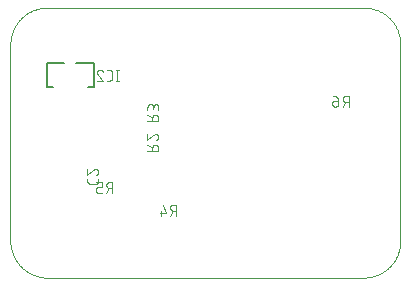
<source format=gbo>
G04 EAGLE Gerber X2 export*
%TF.Part,Single*%
%TF.FileFunction,Other,Silk bottom*%
%TF.FilePolarity,Positive*%
%TF.GenerationSoftware,Autodesk,EAGLE,9.0.0*%
%TF.CreationDate,2018-05-03T06:14:30Z*%
G75*
%MOMM*%
%FSLAX35Y35*%
%LPD*%
%AMOC8*
5,1,8,0,0,1.08239X$1,22.5*%
G01*
%ADD10C,0.100000*%
%ADD11C,0.101600*%
%ADD12C,0.076200*%
%ADD13C,0.127000*%


D10*
X2984500Y0D02*
X2992095Y-50D01*
X2999690Y85D01*
X3007279Y404D01*
X3014858Y909D01*
X3022422Y1598D01*
X3029968Y2471D01*
X3037490Y3528D01*
X3044984Y4768D01*
X3052445Y6190D01*
X3059870Y7794D01*
X3067253Y9578D01*
X3074590Y11541D01*
X3081878Y13682D01*
X3089111Y16001D01*
X3096286Y18495D01*
X3103398Y21163D01*
X3110442Y24004D01*
X3117415Y27015D01*
X3124313Y30196D01*
X3131132Y33543D01*
X3137866Y37056D01*
X3144513Y40732D01*
X3151069Y44569D01*
X3157529Y48564D01*
X3163890Y52715D01*
X3170148Y57021D01*
X3176299Y61477D01*
X3182339Y66082D01*
X3188266Y70833D01*
X3194075Y75727D01*
X3199763Y80761D01*
X3205326Y85932D01*
X3210763Y91237D01*
X3216068Y96674D01*
X3221239Y102237D01*
X3226273Y107925D01*
X3231167Y113734D01*
X3235918Y119661D01*
X3240523Y125701D01*
X3244979Y131852D01*
X3249285Y138110D01*
X3253436Y144471D01*
X3257431Y150931D01*
X3261268Y157487D01*
X3264944Y164134D01*
X3268457Y170868D01*
X3271804Y177687D01*
X3274985Y184585D01*
X3277996Y191558D01*
X3280837Y198602D01*
X3283505Y205714D01*
X3285999Y212889D01*
X3288318Y220122D01*
X3290459Y227410D01*
X3292422Y234747D01*
X3294206Y242130D01*
X3295810Y249555D01*
X3297232Y257016D01*
X3298472Y264510D01*
X3299529Y272032D01*
X3300402Y279578D01*
X3301091Y287142D01*
X3301596Y294721D01*
X3301915Y302310D01*
X3302050Y309905D01*
X3302000Y317500D01*
X3302000Y1968500D02*
X3302050Y1976095D01*
X3301915Y1983690D01*
X3301596Y1991279D01*
X3301091Y1998858D01*
X3300402Y2006422D01*
X3299529Y2013968D01*
X3298472Y2021490D01*
X3297232Y2028984D01*
X3295810Y2036445D01*
X3294206Y2043870D01*
X3292422Y2051253D01*
X3290459Y2058590D01*
X3288318Y2065878D01*
X3285999Y2073111D01*
X3283505Y2080286D01*
X3280837Y2087398D01*
X3277996Y2094442D01*
X3274985Y2101415D01*
X3271804Y2108313D01*
X3268457Y2115132D01*
X3264944Y2121866D01*
X3261268Y2128513D01*
X3257431Y2135069D01*
X3253436Y2141529D01*
X3249285Y2147890D01*
X3244979Y2154148D01*
X3240523Y2160299D01*
X3235918Y2166339D01*
X3231167Y2172266D01*
X3226273Y2178075D01*
X3221239Y2183763D01*
X3216068Y2189326D01*
X3210763Y2194763D01*
X3205326Y2200068D01*
X3199763Y2205239D01*
X3194075Y2210273D01*
X3188266Y2215167D01*
X3182339Y2219918D01*
X3176299Y2224523D01*
X3170148Y2228979D01*
X3163890Y2233285D01*
X3157529Y2237436D01*
X3151069Y2241431D01*
X3144513Y2245268D01*
X3137866Y2248944D01*
X3131132Y2252457D01*
X3124313Y2255804D01*
X3117415Y2258985D01*
X3110442Y2261996D01*
X3103398Y2264837D01*
X3096286Y2267505D01*
X3089111Y2269999D01*
X3081878Y2272318D01*
X3074590Y2274459D01*
X3067253Y2276422D01*
X3059870Y2278206D01*
X3052445Y2279810D01*
X3044984Y2281232D01*
X3037490Y2282472D01*
X3029968Y2283529D01*
X3022422Y2284402D01*
X3014858Y2285091D01*
X3007279Y2285596D01*
X2999690Y2285915D01*
X2992095Y2286050D01*
X2984500Y2286000D01*
X317500Y2286000D02*
X309905Y2286050D01*
X302310Y2285915D01*
X294721Y2285596D01*
X287142Y2285091D01*
X279578Y2284402D01*
X272032Y2283529D01*
X264510Y2282472D01*
X257016Y2281232D01*
X249555Y2279810D01*
X242130Y2278206D01*
X234747Y2276422D01*
X227410Y2274459D01*
X220122Y2272318D01*
X212889Y2269999D01*
X205714Y2267505D01*
X198602Y2264837D01*
X191558Y2261996D01*
X184585Y2258985D01*
X177687Y2255804D01*
X170868Y2252457D01*
X164134Y2248944D01*
X157487Y2245268D01*
X150931Y2241431D01*
X144471Y2237436D01*
X138110Y2233285D01*
X131852Y2228979D01*
X125701Y2224523D01*
X119661Y2219918D01*
X113734Y2215167D01*
X107925Y2210273D01*
X102237Y2205239D01*
X96674Y2200068D01*
X91237Y2194763D01*
X85932Y2189326D01*
X80761Y2183763D01*
X75727Y2178075D01*
X70833Y2172266D01*
X66082Y2166339D01*
X61477Y2160299D01*
X57021Y2154148D01*
X52715Y2147890D01*
X48564Y2141529D01*
X44569Y2135069D01*
X40732Y2128513D01*
X37056Y2121866D01*
X33543Y2115132D01*
X30196Y2108313D01*
X27015Y2101415D01*
X24004Y2094442D01*
X21163Y2087398D01*
X18495Y2080286D01*
X16001Y2073111D01*
X13682Y2065878D01*
X11541Y2058590D01*
X9578Y2051253D01*
X7794Y2043870D01*
X6190Y2036445D01*
X4768Y2028984D01*
X3528Y2021490D01*
X2471Y2013968D01*
X1598Y2006422D01*
X909Y1998858D01*
X404Y1991279D01*
X85Y1983690D01*
X-50Y1976095D01*
X0Y1968500D01*
X0Y317500D02*
X-50Y309905D01*
X85Y302310D01*
X404Y294721D01*
X909Y287142D01*
X1598Y279578D01*
X2471Y272032D01*
X3528Y264510D01*
X4768Y257016D01*
X6190Y249555D01*
X7794Y242130D01*
X9578Y234747D01*
X11541Y227410D01*
X13682Y220122D01*
X16001Y212889D01*
X18495Y205714D01*
X21163Y198602D01*
X24004Y191558D01*
X27015Y184585D01*
X30196Y177687D01*
X33543Y170868D01*
X37056Y164134D01*
X40732Y157487D01*
X44569Y150931D01*
X48564Y144471D01*
X52715Y138110D01*
X57021Y131852D01*
X61477Y125701D01*
X66082Y119661D01*
X70833Y113734D01*
X75727Y107925D01*
X80761Y102237D01*
X85932Y96674D01*
X91237Y91237D01*
X96674Y85932D01*
X102237Y80761D01*
X107925Y75727D01*
X113734Y70833D01*
X119661Y66082D01*
X125701Y61477D01*
X131852Y57021D01*
X138110Y52715D01*
X144471Y48564D01*
X150931Y44569D01*
X157487Y40732D01*
X164134Y37056D01*
X170868Y33543D01*
X177687Y30196D01*
X184585Y27015D01*
X191558Y24004D01*
X198602Y21163D01*
X205714Y18495D01*
X212889Y16001D01*
X220122Y13682D01*
X227410Y11541D01*
X234747Y9578D01*
X242130Y7794D01*
X249555Y6190D01*
X257016Y4768D01*
X264510Y3528D01*
X272032Y2471D01*
X279578Y1598D01*
X287142Y909D01*
X294721Y404D01*
X302310Y85D01*
X309905Y-50D01*
X317500Y0D01*
D11*
X2984500Y0D01*
X3302000Y317500D02*
X3302000Y1968500D01*
X2984500Y2286000D02*
X317500Y2286000D01*
X0Y1968500D02*
X0Y317500D01*
D12*
X652310Y814490D02*
X652310Y835019D01*
X652310Y814490D02*
X652316Y813994D01*
X652334Y813498D01*
X652364Y813003D01*
X652406Y812509D01*
X652460Y812016D01*
X652525Y811524D01*
X652603Y811034D01*
X652692Y810546D01*
X652794Y810060D01*
X652907Y809577D01*
X653031Y809097D01*
X653167Y808620D01*
X653315Y808146D01*
X653474Y807676D01*
X653644Y807210D01*
X653826Y806749D01*
X654018Y806291D01*
X654222Y805839D01*
X654436Y805392D01*
X654661Y804950D01*
X654897Y804513D01*
X655144Y804083D01*
X655400Y803658D01*
X655667Y803240D01*
X655944Y802828D01*
X656231Y802423D01*
X656527Y802026D01*
X656833Y801635D01*
X657148Y801252D01*
X657473Y800877D01*
X657806Y800509D01*
X658148Y800150D01*
X658499Y799799D01*
X658858Y799457D01*
X659226Y799124D01*
X659601Y798799D01*
X659984Y798484D01*
X660375Y798178D01*
X660772Y797882D01*
X661177Y797595D01*
X661589Y797318D01*
X662007Y797051D01*
X662432Y796795D01*
X662862Y796548D01*
X663299Y796312D01*
X663741Y796087D01*
X664188Y795873D01*
X664640Y795669D01*
X665098Y795477D01*
X665559Y795295D01*
X666025Y795125D01*
X666495Y794966D01*
X666969Y794818D01*
X667446Y794682D01*
X667926Y794558D01*
X668409Y794445D01*
X668895Y794343D01*
X669383Y794254D01*
X669873Y794176D01*
X670365Y794111D01*
X670858Y794057D01*
X671352Y794015D01*
X671847Y793985D01*
X672343Y793967D01*
X672839Y793961D01*
X672839Y793962D02*
X724161Y793962D01*
X724665Y793968D01*
X725168Y793987D01*
X725671Y794018D01*
X726173Y794061D01*
X726674Y794116D01*
X727173Y794184D01*
X727671Y794264D01*
X728166Y794356D01*
X728659Y794461D01*
X729149Y794577D01*
X729636Y794706D01*
X730120Y794846D01*
X730601Y794998D01*
X731077Y795162D01*
X731549Y795338D01*
X732017Y795525D01*
X732480Y795723D01*
X732938Y795933D01*
X733391Y796154D01*
X733838Y796386D01*
X734280Y796629D01*
X734715Y796883D01*
X735144Y797147D01*
X735566Y797422D01*
X735982Y797707D01*
X736390Y798002D01*
X736791Y798307D01*
X737184Y798622D01*
X737570Y798946D01*
X737947Y799280D01*
X738316Y799623D01*
X738677Y799975D01*
X739029Y800335D01*
X739372Y800704D01*
X739706Y801082D01*
X740030Y801467D01*
X740345Y801861D01*
X740650Y802262D01*
X740945Y802670D01*
X741230Y803086D01*
X741505Y803508D01*
X741769Y803937D01*
X742023Y804372D01*
X742266Y804814D01*
X742498Y805261D01*
X742719Y805714D01*
X742929Y806172D01*
X743127Y806635D01*
X743314Y807102D01*
X743490Y807575D01*
X743654Y808051D01*
X743806Y808532D01*
X743946Y809015D01*
X744075Y809503D01*
X744191Y809993D01*
X744295Y810486D01*
X744388Y810981D01*
X744468Y811478D01*
X744536Y811978D01*
X744591Y812479D01*
X744634Y812980D01*
X744665Y813483D01*
X744684Y813987D01*
X744690Y814491D01*
X744690Y814490D02*
X744690Y835019D01*
X744690Y897443D02*
X744683Y898010D01*
X744662Y898577D01*
X744627Y899142D01*
X744579Y899707D01*
X744516Y900270D01*
X744440Y900832D01*
X744350Y901392D01*
X744246Y901949D01*
X744129Y902503D01*
X743998Y903055D01*
X743853Y903603D01*
X743695Y904147D01*
X743524Y904688D01*
X743340Y905224D01*
X743142Y905755D01*
X742932Y906281D01*
X742709Y906802D01*
X742473Y907318D01*
X742224Y907827D01*
X741963Y908330D01*
X741690Y908827D01*
X741404Y909316D01*
X741107Y909799D01*
X740798Y910274D01*
X740477Y910741D01*
X740145Y911201D01*
X739802Y911652D01*
X739448Y912094D01*
X739083Y912528D01*
X738707Y912953D01*
X738321Y913368D01*
X737926Y913774D01*
X737520Y914170D01*
X737105Y914555D01*
X736680Y914931D01*
X736246Y915296D01*
X735804Y915650D01*
X735353Y915993D01*
X734893Y916325D01*
X734426Y916646D01*
X733951Y916955D01*
X733468Y917252D01*
X732978Y917538D01*
X732482Y917811D01*
X731979Y918072D01*
X731469Y918321D01*
X730954Y918557D01*
X730433Y918780D01*
X729907Y918990D01*
X729375Y919188D01*
X728839Y919372D01*
X728299Y919544D01*
X727755Y919701D01*
X727207Y919846D01*
X726655Y919977D01*
X726101Y920094D01*
X725543Y920198D01*
X724984Y920288D01*
X724422Y920364D01*
X723859Y920427D01*
X723294Y920475D01*
X722728Y920510D01*
X722162Y920531D01*
X721595Y920538D01*
X744690Y897443D02*
X744681Y896726D01*
X744655Y896009D01*
X744612Y895292D01*
X744551Y894578D01*
X744473Y893864D01*
X744378Y893153D01*
X744266Y892444D01*
X744136Y891739D01*
X743990Y891036D01*
X743827Y890337D01*
X743646Y889643D01*
X743449Y888953D01*
X743236Y888268D01*
X743006Y887588D01*
X742759Y886914D01*
X742496Y886247D01*
X742218Y885585D01*
X741923Y884931D01*
X741612Y884284D01*
X741286Y883645D01*
X740945Y883014D01*
X740589Y882391D01*
X740217Y881777D01*
X739831Y881173D01*
X739430Y880577D01*
X739015Y879992D01*
X738586Y879417D01*
X738143Y878852D01*
X737687Y878298D01*
X737217Y877756D01*
X736735Y877225D01*
X736240Y876706D01*
X735732Y876199D01*
X735212Y875704D01*
X734680Y875222D01*
X734137Y874753D01*
X733583Y874297D01*
X733018Y873855D01*
X732442Y873427D01*
X731856Y873013D01*
X731261Y872613D01*
X730655Y872227D01*
X730041Y871856D01*
X729418Y871501D01*
X728786Y871160D01*
X728147Y870835D01*
X727499Y870525D01*
X726845Y870231D01*
X726183Y869953D01*
X725515Y869691D01*
X724841Y869446D01*
X724161Y869216D01*
X703632Y912840D02*
X704058Y913275D01*
X704493Y913700D01*
X704939Y914114D01*
X705395Y914518D01*
X705861Y914909D01*
X706336Y915290D01*
X706821Y915658D01*
X707314Y916015D01*
X707816Y916359D01*
X708326Y916691D01*
X708845Y917010D01*
X709371Y917317D01*
X709904Y917610D01*
X710444Y917890D01*
X710991Y918157D01*
X711545Y918411D01*
X712104Y918650D01*
X712669Y918876D01*
X713240Y919089D01*
X713815Y919286D01*
X714396Y919470D01*
X714980Y919640D01*
X715569Y919795D01*
X716161Y919936D01*
X716757Y920062D01*
X717355Y920173D01*
X717956Y920270D01*
X718559Y920352D01*
X719164Y920419D01*
X719771Y920471D01*
X720378Y920508D01*
X720986Y920531D01*
X721595Y920538D01*
X703632Y912840D02*
X652310Y869216D01*
X652310Y920538D01*
X1403878Y617690D02*
X1403878Y525310D01*
X1403878Y617690D02*
X1378217Y617690D01*
X1377592Y617682D01*
X1376968Y617660D01*
X1376344Y617622D01*
X1375721Y617568D01*
X1375100Y617500D01*
X1374481Y617417D01*
X1373864Y617318D01*
X1373249Y617205D01*
X1372638Y617076D01*
X1372029Y616933D01*
X1371425Y616775D01*
X1370824Y616602D01*
X1370228Y616415D01*
X1369636Y616213D01*
X1369050Y615997D01*
X1368469Y615766D01*
X1367894Y615522D01*
X1367325Y615264D01*
X1366762Y614992D01*
X1366207Y614706D01*
X1365658Y614407D01*
X1365117Y614094D01*
X1364583Y613769D01*
X1364058Y613430D01*
X1363541Y613079D01*
X1363033Y612715D01*
X1362534Y612340D01*
X1362044Y611952D01*
X1361563Y611552D01*
X1361093Y611141D01*
X1360633Y610718D01*
X1360183Y610284D01*
X1359744Y609840D01*
X1359315Y609385D01*
X1358898Y608919D01*
X1358493Y608444D01*
X1358099Y607958D01*
X1357717Y607464D01*
X1357347Y606960D01*
X1356990Y606447D01*
X1356645Y605926D01*
X1356313Y605397D01*
X1355994Y604860D01*
X1355688Y604315D01*
X1355396Y603762D01*
X1355117Y603203D01*
X1354851Y602637D01*
X1354600Y602065D01*
X1354363Y601487D01*
X1354139Y600903D01*
X1353930Y600314D01*
X1353736Y599721D01*
X1353556Y599122D01*
X1353390Y598520D01*
X1353240Y597913D01*
X1353104Y597303D01*
X1352983Y596690D01*
X1352877Y596074D01*
X1352786Y595456D01*
X1352710Y594836D01*
X1352649Y594214D01*
X1352604Y593590D01*
X1352573Y592966D01*
X1352558Y592341D01*
X1352558Y591717D01*
X1352573Y591092D01*
X1352604Y590468D01*
X1352649Y589844D01*
X1352710Y589222D01*
X1352786Y588602D01*
X1352877Y587984D01*
X1352983Y587368D01*
X1353104Y586755D01*
X1353240Y586145D01*
X1353390Y585538D01*
X1353556Y584936D01*
X1353736Y584337D01*
X1353930Y583744D01*
X1354139Y583155D01*
X1354363Y582571D01*
X1354600Y581993D01*
X1354851Y581421D01*
X1355117Y580855D01*
X1355396Y580296D01*
X1355688Y579743D01*
X1355994Y579198D01*
X1356313Y578661D01*
X1356645Y578132D01*
X1356990Y577611D01*
X1357347Y577098D01*
X1357717Y576594D01*
X1358099Y576100D01*
X1358493Y575614D01*
X1358898Y575139D01*
X1359315Y574673D01*
X1359744Y574218D01*
X1360183Y573774D01*
X1360633Y573340D01*
X1361093Y572917D01*
X1361563Y572506D01*
X1362044Y572106D01*
X1362534Y571718D01*
X1363033Y571343D01*
X1363541Y570979D01*
X1364058Y570628D01*
X1364583Y570289D01*
X1365117Y569964D01*
X1365658Y569651D01*
X1366207Y569352D01*
X1366762Y569066D01*
X1367325Y568794D01*
X1367894Y568536D01*
X1368469Y568292D01*
X1369050Y568061D01*
X1369636Y567845D01*
X1370228Y567643D01*
X1370824Y567456D01*
X1371425Y567283D01*
X1372029Y567125D01*
X1372638Y566982D01*
X1373249Y566853D01*
X1373864Y566740D01*
X1374481Y566641D01*
X1375100Y566558D01*
X1375721Y566490D01*
X1376344Y566436D01*
X1376968Y566398D01*
X1377592Y566376D01*
X1378217Y566368D01*
X1403878Y566368D01*
X1373085Y566368D02*
X1352556Y525310D01*
X1314444Y545839D02*
X1293915Y617690D01*
X1314444Y545839D02*
X1263122Y545839D01*
X1278519Y566368D02*
X1278519Y525310D01*
X864128Y715810D02*
X864128Y808190D01*
X838467Y808190D01*
X837842Y808182D01*
X837218Y808160D01*
X836594Y808122D01*
X835971Y808068D01*
X835350Y808000D01*
X834731Y807917D01*
X834114Y807818D01*
X833499Y807705D01*
X832888Y807576D01*
X832279Y807433D01*
X831675Y807275D01*
X831074Y807102D01*
X830478Y806915D01*
X829886Y806713D01*
X829300Y806497D01*
X828719Y806266D01*
X828144Y806022D01*
X827575Y805764D01*
X827012Y805492D01*
X826457Y805206D01*
X825908Y804907D01*
X825367Y804594D01*
X824833Y804269D01*
X824308Y803930D01*
X823791Y803579D01*
X823283Y803215D01*
X822784Y802840D01*
X822294Y802452D01*
X821813Y802052D01*
X821343Y801641D01*
X820883Y801218D01*
X820433Y800784D01*
X819994Y800340D01*
X819565Y799885D01*
X819148Y799419D01*
X818743Y798944D01*
X818349Y798458D01*
X817967Y797964D01*
X817597Y797460D01*
X817240Y796947D01*
X816895Y796426D01*
X816563Y795897D01*
X816244Y795360D01*
X815938Y794815D01*
X815646Y794262D01*
X815367Y793703D01*
X815101Y793137D01*
X814850Y792565D01*
X814613Y791987D01*
X814389Y791403D01*
X814180Y790814D01*
X813986Y790221D01*
X813806Y789622D01*
X813640Y789020D01*
X813490Y788413D01*
X813354Y787803D01*
X813233Y787190D01*
X813127Y786574D01*
X813036Y785956D01*
X812960Y785336D01*
X812899Y784714D01*
X812854Y784090D01*
X812823Y783466D01*
X812808Y782841D01*
X812808Y782217D01*
X812823Y781592D01*
X812854Y780968D01*
X812899Y780344D01*
X812960Y779722D01*
X813036Y779102D01*
X813127Y778484D01*
X813233Y777868D01*
X813354Y777255D01*
X813490Y776645D01*
X813640Y776038D01*
X813806Y775436D01*
X813986Y774837D01*
X814180Y774244D01*
X814389Y773655D01*
X814613Y773071D01*
X814850Y772493D01*
X815101Y771921D01*
X815367Y771355D01*
X815646Y770796D01*
X815938Y770243D01*
X816244Y769698D01*
X816563Y769161D01*
X816895Y768632D01*
X817240Y768111D01*
X817597Y767598D01*
X817967Y767094D01*
X818349Y766600D01*
X818743Y766114D01*
X819148Y765639D01*
X819565Y765173D01*
X819994Y764718D01*
X820433Y764274D01*
X820883Y763840D01*
X821343Y763417D01*
X821813Y763006D01*
X822294Y762606D01*
X822784Y762218D01*
X823283Y761843D01*
X823791Y761479D01*
X824308Y761128D01*
X824833Y760789D01*
X825367Y760464D01*
X825908Y760151D01*
X826457Y759852D01*
X827012Y759566D01*
X827575Y759294D01*
X828144Y759036D01*
X828719Y758792D01*
X829300Y758561D01*
X829886Y758345D01*
X830478Y758143D01*
X831074Y757956D01*
X831675Y757783D01*
X832279Y757625D01*
X832888Y757482D01*
X833499Y757353D01*
X834114Y757240D01*
X834731Y757141D01*
X835350Y757058D01*
X835971Y756990D01*
X836594Y756936D01*
X837218Y756898D01*
X837842Y756876D01*
X838467Y756868D01*
X864128Y756868D01*
X833335Y756868D02*
X812806Y715810D01*
X774694Y715810D02*
X743901Y715810D01*
X743397Y715816D01*
X742894Y715835D01*
X742391Y715866D01*
X741889Y715909D01*
X741388Y715964D01*
X740889Y716032D01*
X740391Y716112D01*
X739896Y716204D01*
X739403Y716309D01*
X738913Y716425D01*
X738426Y716554D01*
X737942Y716694D01*
X737462Y716846D01*
X736985Y717010D01*
X736513Y717186D01*
X736045Y717373D01*
X735582Y717571D01*
X735124Y717781D01*
X734671Y718002D01*
X734224Y718234D01*
X733782Y718477D01*
X733347Y718731D01*
X732918Y718995D01*
X732496Y719270D01*
X732080Y719555D01*
X731672Y719850D01*
X731271Y720155D01*
X730878Y720470D01*
X730492Y720794D01*
X730115Y721128D01*
X729746Y721471D01*
X729385Y721823D01*
X729033Y722183D01*
X728690Y722552D01*
X728356Y722930D01*
X728032Y723315D01*
X727717Y723709D01*
X727412Y724110D01*
X727117Y724518D01*
X726832Y724933D01*
X726557Y725356D01*
X726293Y725785D01*
X726039Y726220D01*
X725796Y726661D01*
X725564Y727109D01*
X725343Y727561D01*
X725133Y728019D01*
X724935Y728482D01*
X724748Y728950D01*
X724572Y729423D01*
X724408Y729899D01*
X724256Y730379D01*
X724116Y730863D01*
X723987Y731350D01*
X723871Y731841D01*
X723767Y732333D01*
X723674Y732829D01*
X723594Y733326D01*
X723526Y733825D01*
X723471Y734326D01*
X723428Y734828D01*
X723397Y735331D01*
X723378Y735835D01*
X723372Y736338D01*
X723372Y736339D02*
X723372Y746603D01*
X723378Y747099D01*
X723396Y747595D01*
X723426Y748090D01*
X723468Y748584D01*
X723522Y749078D01*
X723587Y749569D01*
X723665Y750059D01*
X723754Y750547D01*
X723856Y751033D01*
X723969Y751516D01*
X724093Y751996D01*
X724229Y752473D01*
X724377Y752947D01*
X724536Y753417D01*
X724706Y753883D01*
X724888Y754344D01*
X725080Y754802D01*
X725284Y755254D01*
X725498Y755701D01*
X725724Y756143D01*
X725959Y756580D01*
X726206Y757010D01*
X726462Y757435D01*
X726729Y757853D01*
X727006Y758265D01*
X727293Y758670D01*
X727589Y759068D01*
X727895Y759458D01*
X728210Y759841D01*
X728535Y760216D01*
X728868Y760584D01*
X729211Y760943D01*
X729561Y761294D01*
X729921Y761636D01*
X730288Y761969D01*
X730663Y762294D01*
X731046Y762609D01*
X731437Y762915D01*
X731835Y763211D01*
X732239Y763498D01*
X732651Y763775D01*
X733069Y764042D01*
X733494Y764298D01*
X733924Y764545D01*
X734361Y764781D01*
X734803Y765006D01*
X735250Y765220D01*
X735703Y765424D01*
X736160Y765617D01*
X736622Y765798D01*
X737087Y765968D01*
X737557Y766127D01*
X738031Y766275D01*
X738508Y766411D01*
X738988Y766536D01*
X739471Y766648D01*
X739957Y766750D01*
X740445Y766839D01*
X740935Y766917D01*
X741427Y766982D01*
X741920Y767036D01*
X742414Y767078D01*
X742909Y767108D01*
X743405Y767126D01*
X743901Y767132D01*
X774694Y767132D01*
X774694Y808190D01*
X723372Y808190D01*
X2864378Y1446060D02*
X2864378Y1538440D01*
X2838717Y1538440D01*
X2838092Y1538432D01*
X2837468Y1538410D01*
X2836844Y1538372D01*
X2836221Y1538318D01*
X2835600Y1538250D01*
X2834981Y1538167D01*
X2834364Y1538068D01*
X2833749Y1537955D01*
X2833138Y1537826D01*
X2832529Y1537683D01*
X2831925Y1537525D01*
X2831324Y1537352D01*
X2830728Y1537165D01*
X2830136Y1536963D01*
X2829550Y1536747D01*
X2828969Y1536516D01*
X2828394Y1536272D01*
X2827825Y1536014D01*
X2827262Y1535742D01*
X2826707Y1535456D01*
X2826158Y1535157D01*
X2825617Y1534844D01*
X2825083Y1534519D01*
X2824558Y1534180D01*
X2824041Y1533829D01*
X2823533Y1533465D01*
X2823034Y1533090D01*
X2822544Y1532702D01*
X2822063Y1532302D01*
X2821593Y1531891D01*
X2821133Y1531468D01*
X2820683Y1531034D01*
X2820244Y1530590D01*
X2819815Y1530135D01*
X2819398Y1529669D01*
X2818993Y1529194D01*
X2818599Y1528708D01*
X2818217Y1528214D01*
X2817847Y1527710D01*
X2817490Y1527197D01*
X2817145Y1526676D01*
X2816813Y1526147D01*
X2816494Y1525610D01*
X2816188Y1525065D01*
X2815896Y1524512D01*
X2815617Y1523953D01*
X2815351Y1523387D01*
X2815100Y1522815D01*
X2814863Y1522237D01*
X2814639Y1521653D01*
X2814430Y1521064D01*
X2814236Y1520471D01*
X2814056Y1519872D01*
X2813890Y1519270D01*
X2813740Y1518663D01*
X2813604Y1518053D01*
X2813483Y1517440D01*
X2813377Y1516824D01*
X2813286Y1516206D01*
X2813210Y1515586D01*
X2813149Y1514964D01*
X2813104Y1514340D01*
X2813073Y1513716D01*
X2813058Y1513091D01*
X2813058Y1512467D01*
X2813073Y1511842D01*
X2813104Y1511218D01*
X2813149Y1510594D01*
X2813210Y1509972D01*
X2813286Y1509352D01*
X2813377Y1508734D01*
X2813483Y1508118D01*
X2813604Y1507505D01*
X2813740Y1506895D01*
X2813890Y1506288D01*
X2814056Y1505686D01*
X2814236Y1505087D01*
X2814430Y1504494D01*
X2814639Y1503905D01*
X2814863Y1503321D01*
X2815100Y1502743D01*
X2815351Y1502171D01*
X2815617Y1501605D01*
X2815896Y1501046D01*
X2816188Y1500493D01*
X2816494Y1499948D01*
X2816813Y1499411D01*
X2817145Y1498882D01*
X2817490Y1498361D01*
X2817847Y1497848D01*
X2818217Y1497344D01*
X2818599Y1496850D01*
X2818993Y1496364D01*
X2819398Y1495889D01*
X2819815Y1495423D01*
X2820244Y1494968D01*
X2820683Y1494524D01*
X2821133Y1494090D01*
X2821593Y1493667D01*
X2822063Y1493256D01*
X2822544Y1492856D01*
X2823034Y1492468D01*
X2823533Y1492093D01*
X2824041Y1491729D01*
X2824558Y1491378D01*
X2825083Y1491039D01*
X2825617Y1490714D01*
X2826158Y1490401D01*
X2826707Y1490102D01*
X2827262Y1489816D01*
X2827825Y1489544D01*
X2828394Y1489286D01*
X2828969Y1489042D01*
X2829550Y1488811D01*
X2830136Y1488595D01*
X2830728Y1488393D01*
X2831324Y1488206D01*
X2831925Y1488033D01*
X2832529Y1487875D01*
X2833138Y1487732D01*
X2833749Y1487603D01*
X2834364Y1487490D01*
X2834981Y1487391D01*
X2835600Y1487308D01*
X2836221Y1487240D01*
X2836844Y1487186D01*
X2837468Y1487148D01*
X2838092Y1487126D01*
X2838717Y1487118D01*
X2864378Y1487118D01*
X2833585Y1487118D02*
X2813056Y1446060D01*
X2774944Y1497382D02*
X2744151Y1497382D01*
X2743647Y1497376D01*
X2743144Y1497357D01*
X2742641Y1497326D01*
X2742139Y1497283D01*
X2741638Y1497228D01*
X2741139Y1497160D01*
X2740641Y1497080D01*
X2740146Y1496988D01*
X2739653Y1496883D01*
X2739163Y1496767D01*
X2738676Y1496638D01*
X2738192Y1496498D01*
X2737711Y1496346D01*
X2737235Y1496182D01*
X2736763Y1496006D01*
X2736295Y1495819D01*
X2735832Y1495621D01*
X2735374Y1495411D01*
X2734921Y1495190D01*
X2734474Y1494958D01*
X2734032Y1494715D01*
X2733597Y1494461D01*
X2733168Y1494197D01*
X2732746Y1493922D01*
X2732330Y1493637D01*
X2731922Y1493342D01*
X2731521Y1493037D01*
X2731128Y1492722D01*
X2730742Y1492398D01*
X2730365Y1492064D01*
X2729996Y1491721D01*
X2729635Y1491369D01*
X2729283Y1491009D01*
X2728940Y1490640D01*
X2728606Y1490262D01*
X2728282Y1489877D01*
X2727967Y1489483D01*
X2727662Y1489082D01*
X2727367Y1488674D01*
X2727082Y1488258D01*
X2726807Y1487836D01*
X2726543Y1487407D01*
X2726289Y1486972D01*
X2726046Y1486530D01*
X2725814Y1486083D01*
X2725593Y1485630D01*
X2725383Y1485172D01*
X2725185Y1484709D01*
X2724998Y1484242D01*
X2724822Y1483769D01*
X2724658Y1483293D01*
X2724506Y1482812D01*
X2724366Y1482329D01*
X2724237Y1481841D01*
X2724121Y1481351D01*
X2724017Y1480858D01*
X2723924Y1480363D01*
X2723844Y1479866D01*
X2723776Y1479366D01*
X2723721Y1478865D01*
X2723678Y1478364D01*
X2723647Y1477861D01*
X2723628Y1477357D01*
X2723622Y1476853D01*
X2723622Y1471721D01*
X2723630Y1471096D01*
X2723652Y1470472D01*
X2723690Y1469848D01*
X2723744Y1469225D01*
X2723812Y1468604D01*
X2723895Y1467985D01*
X2723994Y1467368D01*
X2724107Y1466753D01*
X2724236Y1466142D01*
X2724379Y1465533D01*
X2724537Y1464929D01*
X2724710Y1464328D01*
X2724897Y1463732D01*
X2725099Y1463140D01*
X2725315Y1462554D01*
X2725546Y1461973D01*
X2725790Y1461398D01*
X2726048Y1460829D01*
X2726320Y1460266D01*
X2726606Y1459711D01*
X2726905Y1459162D01*
X2727218Y1458621D01*
X2727543Y1458087D01*
X2727882Y1457562D01*
X2728233Y1457045D01*
X2728597Y1456537D01*
X2728972Y1456038D01*
X2729360Y1455548D01*
X2729760Y1455067D01*
X2730171Y1454597D01*
X2730594Y1454137D01*
X2731028Y1453687D01*
X2731472Y1453248D01*
X2731927Y1452819D01*
X2732393Y1452402D01*
X2732868Y1451997D01*
X2733354Y1451603D01*
X2733848Y1451221D01*
X2734352Y1450851D01*
X2734865Y1450494D01*
X2735386Y1450149D01*
X2735915Y1449817D01*
X2736453Y1449498D01*
X2736997Y1449192D01*
X2737550Y1448900D01*
X2738109Y1448621D01*
X2738675Y1448355D01*
X2739247Y1448104D01*
X2739825Y1447867D01*
X2740409Y1447643D01*
X2740998Y1447434D01*
X2741591Y1447240D01*
X2742190Y1447060D01*
X2742792Y1446894D01*
X2743399Y1446744D01*
X2744009Y1446608D01*
X2744622Y1446487D01*
X2745238Y1446381D01*
X2745856Y1446290D01*
X2746476Y1446214D01*
X2747098Y1446153D01*
X2747722Y1446108D01*
X2748346Y1446077D01*
X2748971Y1446062D01*
X2749595Y1446062D01*
X2750220Y1446077D01*
X2750844Y1446108D01*
X2751468Y1446153D01*
X2752090Y1446214D01*
X2752710Y1446290D01*
X2753328Y1446381D01*
X2753944Y1446487D01*
X2754557Y1446608D01*
X2755167Y1446744D01*
X2755774Y1446894D01*
X2756376Y1447060D01*
X2756975Y1447240D01*
X2757568Y1447434D01*
X2758157Y1447643D01*
X2758741Y1447867D01*
X2759319Y1448104D01*
X2759891Y1448355D01*
X2760457Y1448621D01*
X2761016Y1448900D01*
X2761569Y1449192D01*
X2762114Y1449498D01*
X2762651Y1449817D01*
X2763180Y1450149D01*
X2763701Y1450494D01*
X2764214Y1450851D01*
X2764718Y1451221D01*
X2765212Y1451603D01*
X2765698Y1451997D01*
X2766173Y1452402D01*
X2766639Y1452819D01*
X2767094Y1453248D01*
X2767538Y1453687D01*
X2767972Y1454137D01*
X2768395Y1454597D01*
X2768806Y1455067D01*
X2769206Y1455548D01*
X2769594Y1456038D01*
X2769969Y1456537D01*
X2770333Y1457045D01*
X2770684Y1457562D01*
X2771023Y1458087D01*
X2771348Y1458621D01*
X2771661Y1459162D01*
X2771960Y1459711D01*
X2772246Y1460266D01*
X2772518Y1460829D01*
X2772776Y1461398D01*
X2773020Y1461973D01*
X2773251Y1462554D01*
X2773467Y1463140D01*
X2773669Y1463732D01*
X2773856Y1464328D01*
X2774029Y1464929D01*
X2774187Y1465533D01*
X2774330Y1466142D01*
X2774459Y1466753D01*
X2774572Y1467368D01*
X2774671Y1467985D01*
X2774754Y1468604D01*
X2774822Y1469225D01*
X2774876Y1469848D01*
X2774914Y1470472D01*
X2774936Y1471096D01*
X2774944Y1471721D01*
X2774944Y1497382D01*
X2774945Y1497382D02*
X2774933Y1498374D01*
X2774897Y1499366D01*
X2774837Y1500356D01*
X2774753Y1501345D01*
X2774646Y1502331D01*
X2774514Y1503314D01*
X2774359Y1504294D01*
X2774180Y1505270D01*
X2773978Y1506242D01*
X2773752Y1507208D01*
X2773503Y1508168D01*
X2773231Y1509122D01*
X2772935Y1510070D01*
X2772617Y1511009D01*
X2772277Y1511941D01*
X2771914Y1512865D01*
X2771529Y1513779D01*
X2771121Y1514684D01*
X2770692Y1515579D01*
X2770242Y1516463D01*
X2769770Y1517336D01*
X2769278Y1518197D01*
X2768764Y1519046D01*
X2768231Y1519882D01*
X2767677Y1520706D01*
X2767104Y1521515D01*
X2766511Y1522311D01*
X2765899Y1523092D01*
X2765268Y1523858D01*
X2764619Y1524608D01*
X2763952Y1525343D01*
X2763268Y1526061D01*
X2762566Y1526763D01*
X2761848Y1527447D01*
X2761113Y1528114D01*
X2760363Y1528763D01*
X2759597Y1529394D01*
X2758816Y1530006D01*
X2758020Y1530599D01*
X2757211Y1531172D01*
X2756387Y1531726D01*
X2755551Y1532259D01*
X2754702Y1532773D01*
X2753841Y1533265D01*
X2752968Y1533737D01*
X2752084Y1534187D01*
X2751189Y1534616D01*
X2750284Y1535024D01*
X2749370Y1535409D01*
X2748446Y1535772D01*
X2747514Y1536112D01*
X2746575Y1536430D01*
X2745627Y1536726D01*
X2744673Y1536998D01*
X2743713Y1537247D01*
X2742747Y1537473D01*
X2741775Y1537675D01*
X2740799Y1537854D01*
X2739819Y1538009D01*
X2738836Y1538141D01*
X2737850Y1538248D01*
X2736861Y1538332D01*
X2735871Y1538392D01*
X2734879Y1538428D01*
X2733887Y1538440D01*
X1252690Y1072622D02*
X1160310Y1072622D01*
X1252690Y1072622D02*
X1252690Y1098283D01*
X1252682Y1098908D01*
X1252660Y1099532D01*
X1252622Y1100156D01*
X1252568Y1100779D01*
X1252500Y1101400D01*
X1252417Y1102019D01*
X1252318Y1102636D01*
X1252205Y1103251D01*
X1252076Y1103862D01*
X1251933Y1104471D01*
X1251775Y1105075D01*
X1251602Y1105676D01*
X1251415Y1106272D01*
X1251213Y1106864D01*
X1250997Y1107450D01*
X1250766Y1108031D01*
X1250522Y1108606D01*
X1250264Y1109175D01*
X1249992Y1109738D01*
X1249706Y1110293D01*
X1249407Y1110842D01*
X1249094Y1111383D01*
X1248769Y1111917D01*
X1248430Y1112442D01*
X1248079Y1112959D01*
X1247715Y1113467D01*
X1247340Y1113966D01*
X1246952Y1114456D01*
X1246552Y1114937D01*
X1246141Y1115407D01*
X1245718Y1115867D01*
X1245284Y1116317D01*
X1244840Y1116756D01*
X1244385Y1117185D01*
X1243919Y1117602D01*
X1243444Y1118007D01*
X1242958Y1118401D01*
X1242464Y1118783D01*
X1241960Y1119153D01*
X1241447Y1119510D01*
X1240926Y1119855D01*
X1240397Y1120187D01*
X1239860Y1120506D01*
X1239315Y1120812D01*
X1238762Y1121104D01*
X1238203Y1121383D01*
X1237637Y1121649D01*
X1237065Y1121900D01*
X1236487Y1122137D01*
X1235903Y1122361D01*
X1235314Y1122570D01*
X1234721Y1122764D01*
X1234122Y1122944D01*
X1233520Y1123110D01*
X1232913Y1123260D01*
X1232303Y1123396D01*
X1231690Y1123517D01*
X1231074Y1123623D01*
X1230456Y1123714D01*
X1229836Y1123790D01*
X1229214Y1123851D01*
X1228590Y1123896D01*
X1227966Y1123927D01*
X1227341Y1123942D01*
X1226717Y1123942D01*
X1226092Y1123927D01*
X1225468Y1123896D01*
X1224844Y1123851D01*
X1224222Y1123790D01*
X1223602Y1123714D01*
X1222984Y1123623D01*
X1222368Y1123517D01*
X1221755Y1123396D01*
X1221145Y1123260D01*
X1220538Y1123110D01*
X1219936Y1122944D01*
X1219337Y1122764D01*
X1218744Y1122570D01*
X1218155Y1122361D01*
X1217571Y1122137D01*
X1216993Y1121900D01*
X1216421Y1121649D01*
X1215855Y1121383D01*
X1215296Y1121104D01*
X1214743Y1120812D01*
X1214199Y1120506D01*
X1213661Y1120187D01*
X1213132Y1119855D01*
X1212611Y1119510D01*
X1212098Y1119153D01*
X1211594Y1118783D01*
X1211100Y1118401D01*
X1210614Y1118007D01*
X1210139Y1117602D01*
X1209673Y1117185D01*
X1209218Y1116756D01*
X1208774Y1116317D01*
X1208340Y1115867D01*
X1207917Y1115407D01*
X1207506Y1114937D01*
X1207106Y1114456D01*
X1206718Y1113966D01*
X1206343Y1113467D01*
X1205979Y1112959D01*
X1205628Y1112442D01*
X1205289Y1111917D01*
X1204964Y1111383D01*
X1204651Y1110842D01*
X1204352Y1110293D01*
X1204066Y1109738D01*
X1203794Y1109175D01*
X1203536Y1108606D01*
X1203292Y1108031D01*
X1203061Y1107450D01*
X1202845Y1106864D01*
X1202643Y1106272D01*
X1202456Y1105676D01*
X1202283Y1105075D01*
X1202125Y1104471D01*
X1201982Y1103862D01*
X1201853Y1103251D01*
X1201740Y1102636D01*
X1201641Y1102019D01*
X1201558Y1101400D01*
X1201490Y1100779D01*
X1201436Y1100156D01*
X1201398Y1099532D01*
X1201376Y1098908D01*
X1201368Y1098283D01*
X1201368Y1072622D01*
X1201368Y1103415D02*
X1160310Y1123944D01*
X1229595Y1213378D02*
X1230162Y1213371D01*
X1230728Y1213350D01*
X1231294Y1213315D01*
X1231859Y1213267D01*
X1232422Y1213204D01*
X1232984Y1213128D01*
X1233543Y1213038D01*
X1234101Y1212934D01*
X1234655Y1212817D01*
X1235207Y1212686D01*
X1235755Y1212541D01*
X1236299Y1212384D01*
X1236839Y1212212D01*
X1237375Y1212028D01*
X1237907Y1211830D01*
X1238433Y1211620D01*
X1238954Y1211397D01*
X1239469Y1211161D01*
X1239979Y1210912D01*
X1240482Y1210651D01*
X1240978Y1210378D01*
X1241468Y1210092D01*
X1241951Y1209795D01*
X1242426Y1209486D01*
X1242893Y1209165D01*
X1243353Y1208833D01*
X1243804Y1208490D01*
X1244246Y1208136D01*
X1244680Y1207771D01*
X1245105Y1207395D01*
X1245520Y1207010D01*
X1245926Y1206614D01*
X1246321Y1206208D01*
X1246707Y1205793D01*
X1247083Y1205368D01*
X1247448Y1204934D01*
X1247802Y1204492D01*
X1248145Y1204041D01*
X1248477Y1203581D01*
X1248798Y1203114D01*
X1249107Y1202639D01*
X1249404Y1202156D01*
X1249690Y1201667D01*
X1249963Y1201170D01*
X1250224Y1200667D01*
X1250473Y1200158D01*
X1250709Y1199642D01*
X1250932Y1199121D01*
X1251142Y1198595D01*
X1251340Y1198064D01*
X1251524Y1197528D01*
X1251695Y1196987D01*
X1251853Y1196443D01*
X1251998Y1195895D01*
X1252129Y1195343D01*
X1252246Y1194789D01*
X1252350Y1194232D01*
X1252440Y1193672D01*
X1252516Y1193110D01*
X1252579Y1192547D01*
X1252627Y1191982D01*
X1252662Y1191417D01*
X1252683Y1190850D01*
X1252690Y1190283D01*
X1252681Y1189566D01*
X1252655Y1188849D01*
X1252612Y1188132D01*
X1252551Y1187418D01*
X1252473Y1186704D01*
X1252378Y1185993D01*
X1252266Y1185284D01*
X1252136Y1184579D01*
X1251990Y1183876D01*
X1251827Y1183177D01*
X1251646Y1182483D01*
X1251449Y1181793D01*
X1251236Y1181108D01*
X1251006Y1180428D01*
X1250759Y1179754D01*
X1250496Y1179087D01*
X1250218Y1178425D01*
X1249923Y1177771D01*
X1249612Y1177124D01*
X1249286Y1176485D01*
X1248945Y1175854D01*
X1248589Y1175231D01*
X1248217Y1174617D01*
X1247831Y1174013D01*
X1247430Y1173417D01*
X1247015Y1172832D01*
X1246586Y1172257D01*
X1246143Y1171692D01*
X1245687Y1171138D01*
X1245217Y1170596D01*
X1244735Y1170065D01*
X1244240Y1169546D01*
X1243732Y1169039D01*
X1243212Y1168544D01*
X1242680Y1168062D01*
X1242137Y1167593D01*
X1241583Y1167137D01*
X1241018Y1166695D01*
X1240442Y1166267D01*
X1239856Y1165853D01*
X1239261Y1165453D01*
X1238655Y1165067D01*
X1238041Y1164696D01*
X1237418Y1164341D01*
X1236786Y1164000D01*
X1236147Y1163675D01*
X1235499Y1163365D01*
X1234845Y1163071D01*
X1234183Y1162793D01*
X1233515Y1162531D01*
X1232841Y1162286D01*
X1232161Y1162056D01*
X1211632Y1205680D02*
X1212058Y1206115D01*
X1212493Y1206540D01*
X1212939Y1206954D01*
X1213395Y1207358D01*
X1213861Y1207749D01*
X1214336Y1208130D01*
X1214821Y1208498D01*
X1215314Y1208855D01*
X1215816Y1209199D01*
X1216326Y1209531D01*
X1216845Y1209850D01*
X1217371Y1210157D01*
X1217904Y1210450D01*
X1218444Y1210730D01*
X1218991Y1210997D01*
X1219545Y1211251D01*
X1220104Y1211490D01*
X1220669Y1211716D01*
X1221240Y1211929D01*
X1221815Y1212126D01*
X1222396Y1212310D01*
X1222980Y1212480D01*
X1223569Y1212635D01*
X1224161Y1212776D01*
X1224757Y1212902D01*
X1225355Y1213013D01*
X1225956Y1213110D01*
X1226559Y1213192D01*
X1227164Y1213259D01*
X1227771Y1213311D01*
X1228378Y1213348D01*
X1228986Y1213371D01*
X1229595Y1213378D01*
X1211632Y1205679D02*
X1160310Y1162056D01*
X1160310Y1213378D01*
X1160310Y1326622D02*
X1252690Y1326622D01*
X1252690Y1352283D01*
X1252682Y1352908D01*
X1252660Y1353532D01*
X1252622Y1354156D01*
X1252568Y1354779D01*
X1252500Y1355400D01*
X1252417Y1356019D01*
X1252318Y1356636D01*
X1252205Y1357251D01*
X1252076Y1357862D01*
X1251933Y1358471D01*
X1251775Y1359075D01*
X1251602Y1359676D01*
X1251415Y1360272D01*
X1251213Y1360864D01*
X1250997Y1361450D01*
X1250766Y1362031D01*
X1250522Y1362606D01*
X1250264Y1363175D01*
X1249992Y1363738D01*
X1249706Y1364293D01*
X1249407Y1364842D01*
X1249094Y1365383D01*
X1248769Y1365917D01*
X1248430Y1366442D01*
X1248079Y1366959D01*
X1247715Y1367467D01*
X1247340Y1367966D01*
X1246952Y1368456D01*
X1246552Y1368937D01*
X1246141Y1369407D01*
X1245718Y1369867D01*
X1245284Y1370317D01*
X1244840Y1370756D01*
X1244385Y1371185D01*
X1243919Y1371602D01*
X1243444Y1372007D01*
X1242958Y1372401D01*
X1242464Y1372783D01*
X1241960Y1373153D01*
X1241447Y1373510D01*
X1240926Y1373855D01*
X1240397Y1374187D01*
X1239860Y1374506D01*
X1239315Y1374812D01*
X1238762Y1375104D01*
X1238203Y1375383D01*
X1237637Y1375649D01*
X1237065Y1375900D01*
X1236487Y1376137D01*
X1235903Y1376361D01*
X1235314Y1376570D01*
X1234721Y1376764D01*
X1234122Y1376944D01*
X1233520Y1377110D01*
X1232913Y1377260D01*
X1232303Y1377396D01*
X1231690Y1377517D01*
X1231074Y1377623D01*
X1230456Y1377714D01*
X1229836Y1377790D01*
X1229214Y1377851D01*
X1228590Y1377896D01*
X1227966Y1377927D01*
X1227341Y1377942D01*
X1226717Y1377942D01*
X1226092Y1377927D01*
X1225468Y1377896D01*
X1224844Y1377851D01*
X1224222Y1377790D01*
X1223602Y1377714D01*
X1222984Y1377623D01*
X1222368Y1377517D01*
X1221755Y1377396D01*
X1221145Y1377260D01*
X1220538Y1377110D01*
X1219936Y1376944D01*
X1219337Y1376764D01*
X1218744Y1376570D01*
X1218155Y1376361D01*
X1217571Y1376137D01*
X1216993Y1375900D01*
X1216421Y1375649D01*
X1215855Y1375383D01*
X1215296Y1375104D01*
X1214743Y1374812D01*
X1214199Y1374506D01*
X1213661Y1374187D01*
X1213132Y1373855D01*
X1212611Y1373510D01*
X1212098Y1373153D01*
X1211594Y1372783D01*
X1211100Y1372401D01*
X1210614Y1372007D01*
X1210139Y1371602D01*
X1209673Y1371185D01*
X1209218Y1370756D01*
X1208774Y1370317D01*
X1208340Y1369867D01*
X1207917Y1369407D01*
X1207506Y1368937D01*
X1207106Y1368456D01*
X1206718Y1367966D01*
X1206343Y1367467D01*
X1205979Y1366959D01*
X1205628Y1366442D01*
X1205289Y1365917D01*
X1204964Y1365383D01*
X1204651Y1364842D01*
X1204352Y1364293D01*
X1204066Y1363738D01*
X1203794Y1363175D01*
X1203536Y1362606D01*
X1203292Y1362031D01*
X1203061Y1361450D01*
X1202845Y1360864D01*
X1202643Y1360272D01*
X1202456Y1359676D01*
X1202283Y1359075D01*
X1202125Y1358471D01*
X1201982Y1357862D01*
X1201853Y1357251D01*
X1201740Y1356636D01*
X1201641Y1356019D01*
X1201558Y1355400D01*
X1201490Y1354779D01*
X1201436Y1354156D01*
X1201398Y1353532D01*
X1201376Y1352908D01*
X1201368Y1352283D01*
X1201368Y1326622D01*
X1201368Y1357415D02*
X1160310Y1377944D01*
X1160310Y1416056D02*
X1160310Y1441717D01*
X1160318Y1442342D01*
X1160340Y1442966D01*
X1160378Y1443590D01*
X1160432Y1444213D01*
X1160500Y1444834D01*
X1160583Y1445453D01*
X1160682Y1446070D01*
X1160795Y1446685D01*
X1160924Y1447296D01*
X1161067Y1447905D01*
X1161225Y1448509D01*
X1161398Y1449110D01*
X1161585Y1449706D01*
X1161787Y1450298D01*
X1162003Y1450884D01*
X1162234Y1451465D01*
X1162478Y1452040D01*
X1162736Y1452609D01*
X1163008Y1453172D01*
X1163294Y1453727D01*
X1163593Y1454276D01*
X1163906Y1454817D01*
X1164231Y1455351D01*
X1164570Y1455876D01*
X1164921Y1456393D01*
X1165285Y1456901D01*
X1165660Y1457400D01*
X1166048Y1457890D01*
X1166448Y1458371D01*
X1166859Y1458841D01*
X1167282Y1459301D01*
X1167716Y1459751D01*
X1168160Y1460190D01*
X1168615Y1460619D01*
X1169081Y1461036D01*
X1169556Y1461441D01*
X1170042Y1461835D01*
X1170536Y1462217D01*
X1171040Y1462587D01*
X1171553Y1462944D01*
X1172074Y1463289D01*
X1172603Y1463621D01*
X1173141Y1463940D01*
X1173685Y1464246D01*
X1174238Y1464538D01*
X1174797Y1464817D01*
X1175363Y1465083D01*
X1175935Y1465334D01*
X1176513Y1465571D01*
X1177097Y1465795D01*
X1177686Y1466004D01*
X1178279Y1466198D01*
X1178878Y1466378D01*
X1179480Y1466544D01*
X1180087Y1466694D01*
X1180697Y1466830D01*
X1181310Y1466951D01*
X1181926Y1467057D01*
X1182544Y1467148D01*
X1183164Y1467224D01*
X1183786Y1467285D01*
X1184410Y1467330D01*
X1185034Y1467361D01*
X1185659Y1467376D01*
X1186283Y1467376D01*
X1186908Y1467361D01*
X1187532Y1467330D01*
X1188156Y1467285D01*
X1188778Y1467224D01*
X1189398Y1467148D01*
X1190016Y1467057D01*
X1190632Y1466951D01*
X1191245Y1466830D01*
X1191855Y1466694D01*
X1192462Y1466544D01*
X1193064Y1466378D01*
X1193663Y1466198D01*
X1194256Y1466004D01*
X1194845Y1465795D01*
X1195429Y1465571D01*
X1196007Y1465334D01*
X1196579Y1465083D01*
X1197145Y1464817D01*
X1197704Y1464538D01*
X1198257Y1464246D01*
X1198802Y1463940D01*
X1199339Y1463621D01*
X1199868Y1463289D01*
X1200389Y1462944D01*
X1200902Y1462587D01*
X1201406Y1462217D01*
X1201900Y1461835D01*
X1202386Y1461441D01*
X1202861Y1461036D01*
X1203327Y1460619D01*
X1203782Y1460190D01*
X1204226Y1459751D01*
X1204660Y1459301D01*
X1205083Y1458841D01*
X1205494Y1458371D01*
X1205894Y1457890D01*
X1206282Y1457400D01*
X1206657Y1456901D01*
X1207021Y1456393D01*
X1207372Y1455876D01*
X1207711Y1455351D01*
X1208036Y1454817D01*
X1208349Y1454276D01*
X1208648Y1453727D01*
X1208934Y1453172D01*
X1209206Y1452609D01*
X1209464Y1452040D01*
X1209708Y1451465D01*
X1209939Y1450884D01*
X1210155Y1450298D01*
X1210357Y1449706D01*
X1210544Y1449110D01*
X1210717Y1448509D01*
X1210875Y1447905D01*
X1211018Y1447296D01*
X1211147Y1446685D01*
X1211260Y1446070D01*
X1211359Y1445453D01*
X1211442Y1444834D01*
X1211510Y1444213D01*
X1211564Y1443590D01*
X1211602Y1442966D01*
X1211624Y1442342D01*
X1211632Y1441717D01*
X1252690Y1446849D02*
X1252690Y1416056D01*
X1252690Y1446849D02*
X1252684Y1447349D01*
X1252666Y1447849D01*
X1252635Y1448348D01*
X1252593Y1448846D01*
X1252538Y1449343D01*
X1252471Y1449838D01*
X1252392Y1450332D01*
X1252302Y1450823D01*
X1252199Y1451313D01*
X1252084Y1451799D01*
X1251958Y1452283D01*
X1251820Y1452763D01*
X1251670Y1453240D01*
X1251508Y1453714D01*
X1251335Y1454183D01*
X1251151Y1454647D01*
X1250956Y1455107D01*
X1250749Y1455563D01*
X1250531Y1456013D01*
X1250303Y1456457D01*
X1250063Y1456896D01*
X1249813Y1457329D01*
X1249553Y1457756D01*
X1249282Y1458176D01*
X1249001Y1458590D01*
X1248710Y1458996D01*
X1248410Y1459396D01*
X1248099Y1459788D01*
X1247779Y1460172D01*
X1247450Y1460548D01*
X1247112Y1460917D01*
X1246765Y1461277D01*
X1246410Y1461628D01*
X1246046Y1461970D01*
X1245673Y1462304D01*
X1245293Y1462629D01*
X1244905Y1462944D01*
X1244509Y1463249D01*
X1244106Y1463545D01*
X1243696Y1463831D01*
X1243279Y1464107D01*
X1242855Y1464372D01*
X1242426Y1464628D01*
X1241990Y1464872D01*
X1241548Y1465106D01*
X1241100Y1465329D01*
X1240648Y1465542D01*
X1240190Y1465743D01*
X1239728Y1465933D01*
X1239261Y1466111D01*
X1238789Y1466278D01*
X1238314Y1466434D01*
X1237836Y1466578D01*
X1237353Y1466710D01*
X1236868Y1466831D01*
X1236380Y1466940D01*
X1235890Y1467037D01*
X1235397Y1467121D01*
X1234903Y1467194D01*
X1234406Y1467255D01*
X1233909Y1467303D01*
X1233410Y1467340D01*
X1232911Y1467364D01*
X1232411Y1467376D01*
X1231911Y1467376D01*
X1231411Y1467364D01*
X1230912Y1467340D01*
X1230413Y1467303D01*
X1229916Y1467255D01*
X1229419Y1467194D01*
X1228925Y1467121D01*
X1228432Y1467037D01*
X1227942Y1466940D01*
X1227454Y1466831D01*
X1226969Y1466710D01*
X1226486Y1466578D01*
X1226008Y1466434D01*
X1225533Y1466278D01*
X1225061Y1466111D01*
X1224594Y1465933D01*
X1224132Y1465743D01*
X1223674Y1465542D01*
X1223222Y1465329D01*
X1222774Y1465106D01*
X1222332Y1464872D01*
X1221897Y1464628D01*
X1221467Y1464372D01*
X1221043Y1464107D01*
X1220626Y1463831D01*
X1220216Y1463545D01*
X1219813Y1463249D01*
X1219417Y1462944D01*
X1219029Y1462629D01*
X1218649Y1462304D01*
X1218276Y1461970D01*
X1217912Y1461628D01*
X1217557Y1461277D01*
X1217210Y1460917D01*
X1216872Y1460548D01*
X1216543Y1460172D01*
X1216223Y1459788D01*
X1215912Y1459396D01*
X1215612Y1458996D01*
X1215321Y1458590D01*
X1215040Y1458176D01*
X1214769Y1457756D01*
X1214509Y1457329D01*
X1214259Y1456896D01*
X1214019Y1456457D01*
X1213791Y1456013D01*
X1213573Y1455563D01*
X1213366Y1455107D01*
X1213171Y1454647D01*
X1212987Y1454183D01*
X1212814Y1453714D01*
X1212652Y1453240D01*
X1212502Y1452763D01*
X1212364Y1452283D01*
X1212238Y1451799D01*
X1212123Y1451313D01*
X1212020Y1450823D01*
X1211930Y1450332D01*
X1211851Y1449838D01*
X1211784Y1449343D01*
X1211729Y1448846D01*
X1211687Y1448348D01*
X1211656Y1447849D01*
X1211638Y1447349D01*
X1211632Y1446849D01*
X1211632Y1426320D01*
D13*
X358000Y1614500D02*
X308000Y1614500D01*
X308000Y1814500D01*
X458000Y1814500D01*
X558000Y1814500D02*
X708000Y1814500D01*
X708000Y1614500D01*
X658000Y1614500D01*
D12*
X906698Y1668310D02*
X906698Y1760690D01*
X916963Y1668310D02*
X896434Y1668310D01*
X896434Y1760690D02*
X916963Y1760690D01*
X840086Y1668310D02*
X819557Y1668310D01*
X840086Y1668310D02*
X840582Y1668316D01*
X841078Y1668334D01*
X841573Y1668364D01*
X842067Y1668406D01*
X842560Y1668460D01*
X843052Y1668525D01*
X843542Y1668603D01*
X844030Y1668692D01*
X844516Y1668794D01*
X844999Y1668907D01*
X845479Y1669031D01*
X845956Y1669167D01*
X846430Y1669315D01*
X846900Y1669474D01*
X847366Y1669644D01*
X847827Y1669826D01*
X848285Y1670018D01*
X848737Y1670222D01*
X849184Y1670436D01*
X849626Y1670661D01*
X850063Y1670897D01*
X850493Y1671144D01*
X850918Y1671400D01*
X851336Y1671667D01*
X851748Y1671944D01*
X852153Y1672231D01*
X852550Y1672527D01*
X852941Y1672833D01*
X853324Y1673148D01*
X853699Y1673473D01*
X854067Y1673806D01*
X854426Y1674148D01*
X854777Y1674499D01*
X855119Y1674858D01*
X855452Y1675226D01*
X855777Y1675601D01*
X856092Y1675984D01*
X856398Y1676375D01*
X856694Y1676772D01*
X856981Y1677177D01*
X857258Y1677589D01*
X857525Y1678007D01*
X857781Y1678432D01*
X858028Y1678862D01*
X858264Y1679299D01*
X858489Y1679741D01*
X858703Y1680188D01*
X858907Y1680640D01*
X859099Y1681098D01*
X859281Y1681559D01*
X859451Y1682025D01*
X859610Y1682495D01*
X859758Y1682969D01*
X859894Y1683446D01*
X860018Y1683926D01*
X860131Y1684409D01*
X860233Y1684895D01*
X860322Y1685383D01*
X860400Y1685873D01*
X860465Y1686365D01*
X860519Y1686858D01*
X860561Y1687352D01*
X860591Y1687847D01*
X860609Y1688343D01*
X860615Y1688839D01*
X860614Y1688839D02*
X860614Y1740161D01*
X860615Y1740161D02*
X860609Y1740657D01*
X860591Y1741153D01*
X860561Y1741648D01*
X860519Y1742142D01*
X860465Y1742635D01*
X860400Y1743127D01*
X860322Y1743617D01*
X860233Y1744105D01*
X860131Y1744591D01*
X860018Y1745074D01*
X859894Y1745554D01*
X859758Y1746031D01*
X859610Y1746505D01*
X859451Y1746975D01*
X859281Y1747441D01*
X859099Y1747902D01*
X858907Y1748360D01*
X858703Y1748812D01*
X858489Y1749259D01*
X858264Y1749701D01*
X858028Y1750138D01*
X857781Y1750568D01*
X857525Y1750993D01*
X857258Y1751411D01*
X856981Y1751823D01*
X856694Y1752228D01*
X856398Y1752625D01*
X856092Y1753016D01*
X855777Y1753399D01*
X855452Y1753774D01*
X855119Y1754142D01*
X854777Y1754501D01*
X854426Y1754852D01*
X854067Y1755194D01*
X853699Y1755527D01*
X853324Y1755852D01*
X852941Y1756167D01*
X852550Y1756473D01*
X852153Y1756769D01*
X851748Y1757056D01*
X851336Y1757333D01*
X850918Y1757600D01*
X850493Y1757856D01*
X850063Y1758103D01*
X849626Y1758339D01*
X849184Y1758564D01*
X848737Y1758778D01*
X848285Y1758982D01*
X847827Y1759174D01*
X847366Y1759356D01*
X846900Y1759526D01*
X846430Y1759685D01*
X845956Y1759833D01*
X845479Y1759969D01*
X844999Y1760093D01*
X844516Y1760206D01*
X844030Y1760308D01*
X843542Y1760397D01*
X843052Y1760475D01*
X842560Y1760540D01*
X842067Y1760594D01*
X841573Y1760636D01*
X841078Y1760666D01*
X840582Y1760684D01*
X840086Y1760690D01*
X819557Y1760690D01*
X757133Y1760690D02*
X756566Y1760683D01*
X755999Y1760662D01*
X755434Y1760627D01*
X754869Y1760579D01*
X754306Y1760516D01*
X753744Y1760440D01*
X753184Y1760350D01*
X752627Y1760246D01*
X752073Y1760129D01*
X751521Y1759998D01*
X750973Y1759853D01*
X750429Y1759695D01*
X749888Y1759524D01*
X749352Y1759340D01*
X748821Y1759142D01*
X748295Y1758932D01*
X747774Y1758709D01*
X747258Y1758473D01*
X746749Y1758224D01*
X746246Y1757963D01*
X745749Y1757690D01*
X745260Y1757404D01*
X744777Y1757107D01*
X744302Y1756798D01*
X743835Y1756477D01*
X743375Y1756145D01*
X742924Y1755802D01*
X742482Y1755448D01*
X742048Y1755083D01*
X741623Y1754707D01*
X741208Y1754321D01*
X740802Y1753926D01*
X740406Y1753520D01*
X740021Y1753105D01*
X739645Y1752680D01*
X739280Y1752246D01*
X738926Y1751804D01*
X738583Y1751353D01*
X738251Y1750893D01*
X737930Y1750426D01*
X737621Y1749951D01*
X737324Y1749468D01*
X737038Y1748978D01*
X736765Y1748482D01*
X736504Y1747979D01*
X736255Y1747469D01*
X736019Y1746954D01*
X735796Y1746433D01*
X735586Y1745907D01*
X735388Y1745375D01*
X735204Y1744839D01*
X735032Y1744299D01*
X734875Y1743755D01*
X734730Y1743207D01*
X734599Y1742655D01*
X734482Y1742101D01*
X734378Y1741543D01*
X734288Y1740984D01*
X734212Y1740422D01*
X734149Y1739859D01*
X734101Y1739294D01*
X734066Y1738728D01*
X734045Y1738162D01*
X734038Y1737595D01*
X757133Y1760690D02*
X757850Y1760681D01*
X758567Y1760655D01*
X759284Y1760612D01*
X759999Y1760551D01*
X760712Y1760473D01*
X761423Y1760378D01*
X762132Y1760266D01*
X762838Y1760136D01*
X763540Y1759990D01*
X764239Y1759827D01*
X764933Y1759646D01*
X765623Y1759449D01*
X766308Y1759236D01*
X766988Y1759006D01*
X767662Y1758759D01*
X768329Y1758496D01*
X768991Y1758218D01*
X769645Y1757923D01*
X770292Y1757612D01*
X770931Y1757286D01*
X771562Y1756945D01*
X772185Y1756589D01*
X772799Y1756217D01*
X773404Y1755831D01*
X773999Y1755430D01*
X774584Y1755015D01*
X775159Y1754586D01*
X775724Y1754143D01*
X776278Y1753687D01*
X776820Y1753217D01*
X777351Y1752735D01*
X777871Y1752239D01*
X778378Y1751732D01*
X778872Y1751212D01*
X779354Y1750680D01*
X779823Y1750137D01*
X780279Y1749583D01*
X780721Y1749018D01*
X781149Y1748442D01*
X781564Y1747856D01*
X781964Y1747260D01*
X782349Y1746655D01*
X782720Y1746041D01*
X783076Y1745418D01*
X783416Y1744786D01*
X783741Y1744146D01*
X784051Y1743499D01*
X784345Y1742845D01*
X784623Y1742183D01*
X784885Y1741515D01*
X785130Y1740841D01*
X785360Y1740161D01*
X741736Y1719632D02*
X741300Y1720057D01*
X740875Y1720493D01*
X740461Y1720939D01*
X740058Y1721395D01*
X739666Y1721861D01*
X739285Y1722336D01*
X738917Y1722821D01*
X738560Y1723314D01*
X738216Y1723816D01*
X737884Y1724326D01*
X737565Y1724845D01*
X737258Y1725370D01*
X736965Y1725904D01*
X736685Y1726444D01*
X736418Y1726991D01*
X736164Y1727545D01*
X735925Y1728104D01*
X735699Y1728669D01*
X735487Y1729240D01*
X735289Y1729815D01*
X735105Y1730396D01*
X734935Y1730980D01*
X734780Y1731569D01*
X734640Y1732161D01*
X734513Y1732757D01*
X734402Y1733355D01*
X734305Y1733956D01*
X734223Y1734559D01*
X734156Y1735164D01*
X734104Y1735771D01*
X734067Y1736378D01*
X734044Y1736986D01*
X734037Y1737595D01*
X741736Y1719632D02*
X785360Y1668310D01*
X734038Y1668310D01*
M02*

</source>
